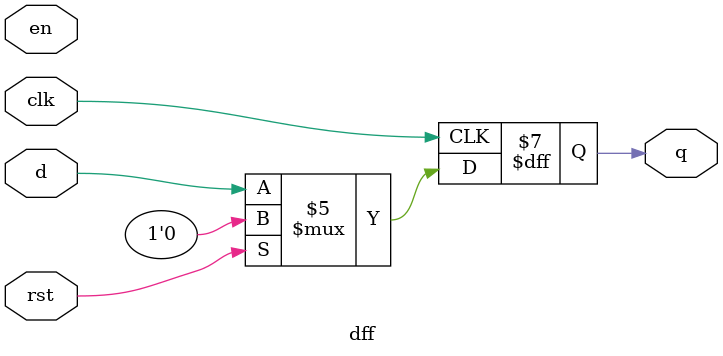
<source format=v>
module dff(clk, rst, d, q, en);
parameter USE_EN = 1;
input clk, rst, d, en;
output reg q;

always @(posedge clk) begin 
   if (rst)
      q <= 0;
   else
      if(USE_EN)
         if (en)
            q <= d;
      else 
         q <= d;
end 

endmodule

</source>
